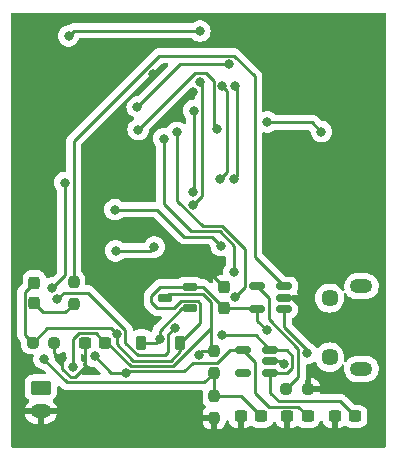
<source format=gbr>
%TF.GenerationSoftware,KiCad,Pcbnew,7.0.2*%
%TF.CreationDate,2024-01-28T11:35:20-05:00*%
%TF.ProjectId,E-INK Watch,452d494e-4b20-4576-9174-63682e6b6963,rev?*%
%TF.SameCoordinates,Original*%
%TF.FileFunction,Copper,L2,Bot*%
%TF.FilePolarity,Positive*%
%FSLAX46Y46*%
G04 Gerber Fmt 4.6, Leading zero omitted, Abs format (unit mm)*
G04 Created by KiCad (PCBNEW 7.0.2) date 2024-01-28 11:35:20*
%MOMM*%
%LPD*%
G01*
G04 APERTURE LIST*
G04 Aperture macros list*
%AMRoundRect*
0 Rectangle with rounded corners*
0 $1 Rounding radius*
0 $2 $3 $4 $5 $6 $7 $8 $9 X,Y pos of 4 corners*
0 Add a 4 corners polygon primitive as box body*
4,1,4,$2,$3,$4,$5,$6,$7,$8,$9,$2,$3,0*
0 Add four circle primitives for the rounded corners*
1,1,$1+$1,$2,$3*
1,1,$1+$1,$4,$5*
1,1,$1+$1,$6,$7*
1,1,$1+$1,$8,$9*
0 Add four rect primitives between the rounded corners*
20,1,$1+$1,$2,$3,$4,$5,0*
20,1,$1+$1,$4,$5,$6,$7,0*
20,1,$1+$1,$6,$7,$8,$9,0*
20,1,$1+$1,$8,$9,$2,$3,0*%
G04 Aperture macros list end*
%TA.AperFunction,ComponentPad*%
%ADD10RoundRect,0.250000X-0.625000X0.350000X-0.625000X-0.350000X0.625000X-0.350000X0.625000X0.350000X0*%
%TD*%
%TA.AperFunction,ComponentPad*%
%ADD11O,1.750000X1.200000*%
%TD*%
%TA.AperFunction,ComponentPad*%
%ADD12O,1.900000X1.200000*%
%TD*%
%TA.AperFunction,ComponentPad*%
%ADD13C,1.450000*%
%TD*%
%TA.AperFunction,SMDPad,CuDef*%
%ADD14RoundRect,0.150000X0.512500X0.150000X-0.512500X0.150000X-0.512500X-0.150000X0.512500X-0.150000X0*%
%TD*%
%TA.AperFunction,SMDPad,CuDef*%
%ADD15RoundRect,0.237500X0.300000X0.237500X-0.300000X0.237500X-0.300000X-0.237500X0.300000X-0.237500X0*%
%TD*%
%TA.AperFunction,SMDPad,CuDef*%
%ADD16RoundRect,0.237500X0.237500X-0.250000X0.237500X0.250000X-0.237500X0.250000X-0.237500X-0.250000X0*%
%TD*%
%TA.AperFunction,SMDPad,CuDef*%
%ADD17RoundRect,0.237500X-0.250000X-0.237500X0.250000X-0.237500X0.250000X0.237500X-0.250000X0.237500X0*%
%TD*%
%TA.AperFunction,SMDPad,CuDef*%
%ADD18RoundRect,0.237500X0.237500X-0.287500X0.237500X0.287500X-0.237500X0.287500X-0.237500X-0.287500X0*%
%TD*%
%TA.AperFunction,SMDPad,CuDef*%
%ADD19RoundRect,0.237500X0.237500X-0.300000X0.237500X0.300000X-0.237500X0.300000X-0.237500X-0.300000X0*%
%TD*%
%TA.AperFunction,SMDPad,CuDef*%
%ADD20RoundRect,0.237500X0.250000X0.237500X-0.250000X0.237500X-0.250000X-0.237500X0.250000X-0.237500X0*%
%TD*%
%TA.AperFunction,SMDPad,CuDef*%
%ADD21RoundRect,0.048800X0.541200X0.256200X-0.541200X0.256200X-0.541200X-0.256200X0.541200X-0.256200X0*%
%TD*%
%TA.AperFunction,SMDPad,CuDef*%
%ADD22RoundRect,0.225000X-0.225000X-0.375000X0.225000X-0.375000X0.225000X0.375000X-0.225000X0.375000X0*%
%TD*%
%TA.AperFunction,ViaPad*%
%ADD23C,0.800000*%
%TD*%
%TA.AperFunction,Conductor*%
%ADD24C,0.250000*%
%TD*%
G04 APERTURE END LIST*
D10*
%TO.P,J3,1,Pin_1*%
%TO.N,+BATT*%
X82550000Y-132080000D03*
D11*
%TO.P,J3,2,Pin_2*%
%TO.N,GND*%
X82550000Y-134080000D03*
%TD*%
D12*
%TO.P,J2,6,Shield*%
%TO.N,Net-(J2-Shield)*%
X109687500Y-130500000D03*
D13*
X106987500Y-129500000D03*
X106987500Y-124500000D03*
D12*
X109687500Y-123500000D03*
%TD*%
D14*
%TO.P,U4,1,IN*%
%TO.N,Net-(D2-K)*%
X101967500Y-128910000D03*
%TO.P,U4,2,GND*%
%TO.N,GND*%
X101967500Y-129860000D03*
%TO.P,U4,3,EN*%
%TO.N,Net-(D2-K)*%
X101967500Y-130810000D03*
%TO.P,U4,4,NC*%
%TO.N,unconnected-(U4-NC-Pad4)*%
X99692500Y-130810000D03*
%TO.P,U4,5,OUT*%
%TO.N,+3.3V*%
X99692500Y-128910000D03*
%TD*%
D15*
%TO.P,C10,1*%
%TO.N,+3.3V*%
X105140000Y-134520000D03*
%TO.P,C10,2*%
%TO.N,GND*%
X103415000Y-134520000D03*
%TD*%
D16*
%TO.P,R3,1*%
%TO.N,Net-(D1-K)*%
X85320000Y-124972500D03*
%TO.P,R3,2*%
%TO.N,Net-(U3-STAT)*%
X85320000Y-123147500D03*
%TD*%
D15*
%TO.P,C9,1*%
%TO.N,Net-(D2-K)*%
X109150000Y-134520000D03*
%TO.P,C9,2*%
%TO.N,GND*%
X107425000Y-134520000D03*
%TD*%
%TO.P,C8,1*%
%TO.N,+BATT*%
X87992500Y-128270000D03*
%TO.P,C8,2*%
%TO.N,GND*%
X86267500Y-128270000D03*
%TD*%
D14*
%TO.P,U3,1,STAT*%
%TO.N,Net-(U3-STAT)*%
X103137500Y-123510000D03*
%TO.P,U3,2,VSS*%
%TO.N,GND*%
X103137500Y-124460000D03*
%TO.P,U3,3,VBAT*%
%TO.N,+BATT*%
X103137500Y-125410000D03*
%TO.P,U3,4,VDD*%
%TO.N,+5V*%
X100862500Y-125410000D03*
%TO.P,U3,5,PROG*%
%TO.N,Net-(U3-PROG)*%
X100862500Y-123510000D03*
%TD*%
D17*
%TO.P,R5,1*%
%TO.N,+5V*%
X81837500Y-128270000D03*
%TO.P,R5,2*%
%TO.N,GND*%
X83662500Y-128270000D03*
%TD*%
D16*
%TO.P,R7,1*%
%TO.N,GND*%
X97220000Y-134632500D03*
%TO.P,R7,2*%
%TO.N,/BATT_V*%
X97220000Y-132807500D03*
%TD*%
D18*
%TO.P,D1,1,K*%
%TO.N,Net-(D1-K)*%
X81980000Y-124935000D03*
%TO.P,D1,2,A*%
%TO.N,+5V*%
X81980000Y-123185000D03*
%TD*%
D19*
%TO.P,C7,1*%
%TO.N,+5V*%
X98060000Y-125322500D03*
%TO.P,C7,2*%
%TO.N,GND*%
X98060000Y-123597500D03*
%TD*%
D20*
%TO.P,R4,1*%
%TO.N,GND*%
X105154100Y-132232400D03*
%TO.P,R4,2*%
%TO.N,Net-(U3-PROG)*%
X103329100Y-132232400D03*
%TD*%
D21*
%TO.P,Q1,3*%
%TO.N,+BATT*%
X93085000Y-124460000D03*
%TO.P,Q1,2*%
%TO.N,Net-(D2-K)*%
X95135000Y-125375000D03*
%TO.P,Q1,1*%
%TO.N,+5V*%
X95135000Y-123545000D03*
%TD*%
D16*
%TO.P,R6,1*%
%TO.N,/BATT_V*%
X97220000Y-130822500D03*
%TO.P,R6,2*%
%TO.N,+BATT*%
X97220000Y-128997500D03*
%TD*%
D22*
%TO.P,D2,1,K*%
%TO.N,Net-(D2-K)*%
X91060000Y-128270000D03*
%TO.P,D2,2,A*%
%TO.N,+5V*%
X94360000Y-128270000D03*
%TD*%
D15*
%TO.P,C11,1*%
%TO.N,/BATT_V*%
X101192500Y-134520000D03*
%TO.P,C11,2*%
%TO.N,GND*%
X99467500Y-134520000D03*
%TD*%
D23*
%TO.N,GND*%
X91440000Y-121970800D03*
X92125800Y-118338600D03*
X94081600Y-121335800D03*
X95402400Y-107061000D03*
X105003600Y-120192800D03*
X82143600Y-111810800D03*
%TO.N,/BATT_V*%
X82804000Y-129667000D03*
X83515200Y-123647200D03*
%TO.N,GND*%
X84353400Y-129590800D03*
%TO.N,+BATT*%
X85259451Y-130353049D03*
%TO.N,+3.3V*%
X89712800Y-130835400D03*
X84886800Y-102311200D03*
X87096600Y-129438400D03*
X92151200Y-120167400D03*
X88890500Y-120497600D03*
X96012000Y-101904800D03*
%TO.N,GND*%
X89611200Y-110871000D03*
X101727000Y-112979200D03*
X104241600Y-126568200D03*
X83134200Y-116154200D03*
X103124000Y-130098800D03*
X83108800Y-121081800D03*
X92049600Y-105562400D03*
X82550000Y-118643400D03*
%TO.N,+5V*%
X88958999Y-127526191D03*
X101676200Y-127228600D03*
%TO.N,+BATT*%
X105079800Y-129184400D03*
X95926959Y-129285500D03*
%TO.N,Net-(U1-VDDCORE{slash}VCAP)*%
X88823800Y-117017800D03*
X97815400Y-120065800D03*
%TO.N,/BATT_V*%
X84556600Y-114731800D03*
%TO.N,Net-(D2-K)*%
X92621100Y-127927100D03*
X97917000Y-127660400D03*
%TO.N,/Screen/PREVGL*%
X101727000Y-109601000D03*
X106299000Y-110413800D03*
%TO.N,Net-(J4-VDD)*%
X90703400Y-108331000D03*
X98509601Y-104707201D03*
%TO.N,/ISCPCLK*%
X98882200Y-122326400D03*
X92938600Y-111020498D03*
%TO.N,/ISCPDAT*%
X94081600Y-110464600D03*
X98962212Y-124406153D03*
%TO.N,/~{MCLR}*%
X83921600Y-124587000D03*
X93878400Y-127025400D03*
%TO.N,Net-(J4-VPP)*%
X97688400Y-114401600D03*
X97891600Y-106578400D03*
%TO.N,Net-(J4-VSH)*%
X99004590Y-106589074D03*
X98856800Y-114401600D03*
%TO.N,Net-(J4-VGH)*%
X97434400Y-110210600D03*
X90779600Y-110236000D03*
%TO.N,/SCK*%
X95478600Y-108635800D03*
X95459917Y-115554681D03*
%TO.N,/SDI*%
X96003599Y-106239799D03*
X95445500Y-116586000D03*
%TD*%
D24*
%TO.N,Net-(D2-K)*%
X94503495Y-125375000D02*
X95135000Y-125375000D01*
X92621100Y-127257395D02*
X94503495Y-125375000D01*
X92621100Y-127927100D02*
X92621100Y-127257395D01*
%TO.N,GND*%
X96534900Y-122072400D02*
X98060000Y-123597500D01*
%TO.N,+3.3V*%
X98590495Y-128910000D02*
X99692500Y-128910000D01*
X97490495Y-130010000D02*
X98590495Y-128910000D01*
X95390996Y-130010000D02*
X97490495Y-130010000D01*
X94692596Y-130708400D02*
X95390996Y-130010000D01*
X89839800Y-130708400D02*
X94692596Y-130708400D01*
X89712800Y-130835400D02*
X89839800Y-130708400D01*
X88493600Y-130835400D02*
X87096600Y-129438400D01*
X89712800Y-130835400D02*
X88493600Y-130835400D01*
%TO.N,GND*%
X92075000Y-118338600D02*
X92125800Y-118389400D01*
X92125800Y-118338600D02*
X92075000Y-118338600D01*
X92125800Y-118389400D02*
X92125800Y-118338600D01*
X94081600Y-120345200D02*
X92125800Y-118389400D01*
X94081600Y-121335800D02*
X94081600Y-120345200D01*
%TO.N,Net-(U1-VDDCORE{slash}VCAP)*%
X97053400Y-119303800D02*
X97815400Y-120065800D01*
X94691200Y-119303800D02*
X97053400Y-119303800D01*
X92405200Y-117017800D02*
X94691200Y-119303800D01*
X88823800Y-117017800D02*
X92405200Y-117017800D01*
%TO.N,GND*%
X86267500Y-130370305D02*
X86267500Y-128270000D01*
X85439605Y-131198200D02*
X86267500Y-130370305D01*
X84353400Y-130472303D02*
X85079297Y-131198200D01*
X84353400Y-129590800D02*
X84353400Y-130472303D01*
X85079297Y-131198200D02*
X85439605Y-131198200D01*
%TO.N,/BATT_V*%
X82804000Y-129717800D02*
X82804000Y-129667000D01*
X84734400Y-131648200D02*
X82804000Y-129717800D01*
X96394300Y-131648200D02*
X84734400Y-131648200D01*
X97220000Y-130822500D02*
X96394300Y-131648200D01*
%TO.N,+BATT*%
X105079800Y-128903604D02*
X105079800Y-129184400D01*
X103137500Y-126961304D02*
X105079800Y-128903604D01*
X103137500Y-125410000D02*
X103137500Y-126961304D01*
%TO.N,GND*%
X104558705Y-125223604D02*
X103795101Y-124460000D01*
X104256299Y-126568200D02*
X104558705Y-126265794D01*
X104558705Y-126265794D02*
X104558705Y-125223604D01*
X103795101Y-124460000D02*
X103137500Y-124460000D01*
X104241600Y-126568200D02*
X104256299Y-126568200D01*
%TO.N,Net-(U3-PROG)*%
X104343200Y-131218300D02*
X103329100Y-132232400D01*
X104343200Y-128803400D02*
X104343200Y-131218300D01*
X101850000Y-124497500D02*
X101850000Y-126310200D01*
X100862500Y-123510000D02*
X101850000Y-124497500D01*
X101850000Y-126310200D02*
X104343200Y-128803400D01*
%TO.N,/BATT_V*%
X82753200Y-129667000D02*
X82778600Y-129692400D01*
X82804000Y-129667000D02*
X82753200Y-129667000D01*
X83489800Y-123647200D02*
X84556600Y-122580400D01*
X83515200Y-123647200D02*
X83489800Y-123647200D01*
X83515200Y-123621800D02*
X83515200Y-123647200D01*
X84556600Y-122580400D02*
X84556600Y-114731800D01*
X83515200Y-123621800D02*
X83515200Y-123621800D01*
%TO.N,Net-(D1-K)*%
X84587900Y-125704600D02*
X85320000Y-124972500D01*
X82749600Y-125704600D02*
X84587900Y-125704600D01*
X81980000Y-124935000D02*
X82749600Y-125704600D01*
%TO.N,+5V*%
X83087500Y-127020000D02*
X81837500Y-128270000D01*
X88452808Y-127020000D02*
X83087500Y-127020000D01*
X88958999Y-127526191D02*
X88452808Y-127020000D01*
%TO.N,GND*%
X84353400Y-129590800D02*
X84302600Y-129641600D01*
X84175600Y-129641600D02*
X84353400Y-129590800D01*
X83662500Y-129128500D02*
X84175600Y-129641600D01*
X83662500Y-128270000D02*
X83662500Y-129128500D01*
%TO.N,+BATT*%
X87192500Y-127470000D02*
X87992500Y-128270000D01*
X85267800Y-130344700D02*
X85267800Y-127936705D01*
X85267800Y-127936705D02*
X85734505Y-127470000D01*
X85734505Y-127470000D02*
X87192500Y-127470000D01*
X85259451Y-130353049D02*
X85267800Y-130344700D01*
%TO.N,+3.3V*%
X91821000Y-120497600D02*
X92151200Y-120167400D01*
X104340000Y-133720000D02*
X101868400Y-133720000D01*
X100685600Y-132537200D02*
X100685600Y-129903100D01*
X105140000Y-134520000D02*
X104340000Y-133720000D01*
X95961200Y-101854000D02*
X96012000Y-101904800D01*
X88890500Y-120497600D02*
X91821000Y-120497600D01*
X85344000Y-101854000D02*
X95961200Y-101854000D01*
X101868400Y-133720000D02*
X100685600Y-132537200D01*
X84886800Y-102311200D02*
X85344000Y-101854000D01*
X100685600Y-129903100D02*
X99692500Y-128910000D01*
%TO.N,GND*%
X89611200Y-110871000D02*
X89611200Y-108000800D01*
X103124000Y-130048000D02*
X103124000Y-130098800D01*
X102936000Y-129860000D02*
X103124000Y-130048000D01*
X101967500Y-129860000D02*
X102936000Y-129860000D01*
X103124000Y-130098800D02*
X103174800Y-130098800D01*
X89611200Y-108000800D02*
X92049600Y-105562400D01*
X103174800Y-130098800D02*
X103124000Y-130048000D01*
%TO.N,+5V*%
X81180000Y-127612500D02*
X81837500Y-128270000D01*
X101650800Y-127228600D02*
X101676200Y-127228600D01*
X100862500Y-126440300D02*
X101650800Y-127228600D01*
X91871800Y-124866400D02*
X91871800Y-124333000D01*
X93809567Y-125374400D02*
X92379800Y-125374400D01*
X101676200Y-127228600D02*
X101676200Y-127254000D01*
X95135000Y-123545000D02*
X96292196Y-123545000D01*
X98060000Y-125312804D02*
X98060000Y-125322500D01*
X92379800Y-125374400D02*
X91871800Y-124866400D01*
X95831033Y-124745000D02*
X94438967Y-124745000D01*
X81980000Y-123185000D02*
X81180000Y-123985000D01*
X94360000Y-128270000D02*
X96050000Y-126580000D01*
X90347501Y-129808400D02*
X93563021Y-129808400D01*
X88958999Y-127526191D02*
X88958999Y-128419898D01*
X81180000Y-123985000D02*
X81180000Y-127612500D01*
X101676200Y-127254000D02*
X101650800Y-127228600D01*
X94438967Y-124745000D02*
X93809567Y-125374400D01*
X88958999Y-128419898D02*
X90347501Y-129808400D01*
X96050000Y-126580000D02*
X96050000Y-124963967D01*
X96292196Y-123545000D02*
X98060000Y-125312804D01*
X98060000Y-125322500D02*
X100775000Y-125322500D01*
X94360000Y-129011421D02*
X94360000Y-128270000D01*
X100775000Y-125322500D02*
X100862500Y-125410000D01*
X100862500Y-125410000D02*
X100862500Y-126440300D01*
X91871800Y-124333000D02*
X92659800Y-123545000D01*
X92659800Y-123545000D02*
X95135000Y-123545000D01*
X93563021Y-129808400D02*
X94360000Y-129011421D01*
X96050000Y-124963967D02*
X95831033Y-124745000D01*
%TO.N,+BATT*%
X90161105Y-130258400D02*
X93749417Y-130258400D01*
X96951800Y-124841000D02*
X96291400Y-124180600D01*
X96951800Y-128729300D02*
X97220000Y-128997500D01*
X96951800Y-127056017D02*
X96951800Y-128729300D01*
X96214959Y-128997500D02*
X95926959Y-129285500D01*
X96291400Y-124180600D02*
X93364400Y-124180600D01*
X93749417Y-130258400D02*
X96951800Y-127056017D01*
X96951800Y-127056017D02*
X96951800Y-124841000D01*
X97220000Y-128997500D02*
X96214959Y-128997500D01*
X88172705Y-128270000D02*
X90161105Y-130258400D01*
X87992500Y-128270000D02*
X88172705Y-128270000D01*
X93364400Y-124180600D02*
X93085000Y-124460000D01*
%TO.N,/BATT_V*%
X97220000Y-132807500D02*
X99480000Y-132807500D01*
X97220000Y-130822500D02*
X97220000Y-132807500D01*
X99480000Y-132807500D02*
X101192500Y-134520000D01*
%TO.N,Net-(D2-K)*%
X101967500Y-132498300D02*
X102717600Y-133248400D01*
X92278200Y-128270000D02*
X91060000Y-128270000D01*
X103849000Y-130399105D02*
X103849000Y-129376000D01*
X101967500Y-130810000D02*
X101981300Y-130823800D01*
X103849000Y-129376000D02*
X103403400Y-128930400D01*
X92621100Y-127927100D02*
X92278200Y-128270000D01*
X101967500Y-130810000D02*
X101967500Y-132498300D01*
X103424305Y-130823800D02*
X103849000Y-130399105D01*
X100717900Y-127660400D02*
X101967500Y-128910000D01*
X97917000Y-127660400D02*
X97891600Y-127635000D01*
X97917000Y-127660400D02*
X100717900Y-127660400D01*
X101987900Y-128930400D02*
X101967500Y-128910000D01*
X101981300Y-130823800D02*
X103424305Y-130823800D01*
X103403400Y-128930400D02*
X101987900Y-128930400D01*
X107878400Y-133248400D02*
X109150000Y-134520000D01*
X102717600Y-133248400D02*
X107878400Y-133248400D01*
%TO.N,/Screen/PREVGL*%
X105486200Y-109601000D02*
X106299000Y-110413800D01*
X101727000Y-109601000D02*
X105486200Y-109601000D01*
%TO.N,Net-(J4-VDD)*%
X98509601Y-104707201D02*
X98298000Y-104495600D01*
X98509601Y-104707201D02*
X94327199Y-104707201D01*
X94327199Y-104707201D02*
X90703400Y-108331000D01*
%TO.N,/ISCPCLK*%
X92938600Y-116535200D02*
X95257200Y-118853800D01*
X98882200Y-120065800D02*
X98882200Y-122326400D01*
X92938600Y-111020498D02*
X92938600Y-116535200D01*
X98882200Y-122326400D02*
X98882200Y-122301000D01*
X95257200Y-118853800D02*
X97670200Y-118853800D01*
X97670200Y-118853800D02*
X98882200Y-120065800D01*
%TO.N,/ISCPDAT*%
X94081600Y-116247405D02*
X94081600Y-110464600D01*
X98962212Y-124406153D02*
X99796600Y-123571765D01*
X97856596Y-118403800D02*
X96237995Y-118403800D01*
X96237995Y-118403800D02*
X94081600Y-116247405D01*
X99796600Y-123571765D02*
X99796600Y-120343804D01*
X99796600Y-120343804D02*
X97856596Y-118403800D01*
%TO.N,/~{MCLR}*%
X93065600Y-129358400D02*
X90770583Y-129358400D01*
X83921600Y-124612400D02*
X83972400Y-124561600D01*
X83921600Y-124587000D02*
X83921600Y-124612400D01*
X93348800Y-127555000D02*
X93348800Y-129075200D01*
X90770583Y-129358400D02*
X89683999Y-128271816D01*
X89683999Y-128271816D02*
X89683999Y-127194494D01*
X84480400Y-124053600D02*
X83947000Y-124587000D01*
X86543105Y-124053600D02*
X84480400Y-124053600D01*
X83947000Y-124587000D02*
X83921600Y-124587000D01*
X93348800Y-129075200D02*
X93065600Y-129358400D01*
X93878400Y-127025400D02*
X93348800Y-127555000D01*
X89683999Y-127194494D02*
X86543105Y-124053600D01*
%TO.N,Net-(J4-VPP)*%
X97891600Y-106578400D02*
X98298000Y-106984800D01*
X98298000Y-106984800D02*
X98298000Y-113792000D01*
X98298000Y-113792000D02*
X97688400Y-114401600D01*
%TO.N,Net-(J4-VSH)*%
X99004590Y-106589074D02*
X99161600Y-106746084D01*
X99161600Y-106746084D02*
X99161600Y-114096800D01*
X99161600Y-114096800D02*
X98856800Y-114401600D01*
%TO.N,Net-(J4-VGH)*%
X90805000Y-110236000D02*
X90779600Y-110236000D01*
X97166600Y-106123495D02*
X96490105Y-105447000D01*
X95594000Y-105447000D02*
X90805000Y-110236000D01*
X97434400Y-110210600D02*
X97166600Y-109942800D01*
X96490105Y-105447000D02*
X95594000Y-105447000D01*
X97166600Y-109942800D02*
X97166600Y-106123495D01*
%TO.N,/SCK*%
X95478600Y-115535998D02*
X95459917Y-115554681D01*
X95478600Y-108635800D02*
X95478600Y-115535998D01*
%TO.N,/SDI*%
X95453903Y-116586000D02*
X95445500Y-116586000D01*
X96003599Y-106239799D02*
X96203600Y-106439800D01*
X96203600Y-115836303D02*
X95453903Y-116586000D01*
X96203600Y-106439800D02*
X96203600Y-115836303D01*
%TO.N,Net-(U3-STAT)*%
X100648600Y-121021100D02*
X103137500Y-123510000D01*
X85320000Y-111227285D02*
X92565084Y-103982201D01*
X92565084Y-103982201D02*
X98911506Y-103982201D01*
X85320000Y-123147500D02*
X85320000Y-111227285D01*
X100648600Y-105719295D02*
X100648600Y-121021100D01*
X98911506Y-103982201D02*
X100648600Y-105719295D01*
%TD*%
%TA.AperFunction,Conductor*%
%TO.N,GND*%
G36*
X84552332Y-129026131D02*
G01*
X84609168Y-129068678D01*
X84633979Y-129135198D01*
X84634300Y-129144187D01*
X84634300Y-129641251D01*
X84614298Y-129709372D01*
X84601936Y-129725561D01*
X84520411Y-129816103D01*
X84424923Y-129981493D01*
X84375327Y-130134135D01*
X84335253Y-130192741D01*
X84269857Y-130220378D01*
X84199900Y-130208271D01*
X84166398Y-130184294D01*
X84020660Y-130038556D01*
X83753494Y-129771389D01*
X83719469Y-129709077D01*
X83717281Y-129669118D01*
X83717504Y-129667000D01*
X83697542Y-129477072D01*
X83678326Y-129417934D01*
X83676299Y-129346969D01*
X83712962Y-129286171D01*
X83776674Y-129254845D01*
X83798160Y-129253000D01*
X83958971Y-129253000D01*
X83965360Y-129252674D01*
X84064282Y-129242568D01*
X84229704Y-129187753D01*
X84378036Y-129096260D01*
X84419205Y-129055092D01*
X84481517Y-129021066D01*
X84552332Y-129026131D01*
G37*
%TD.AperFunction*%
%TA.AperFunction,Conductor*%
G36*
X86130766Y-129273002D02*
G01*
X86177259Y-129326658D01*
X86187955Y-129392170D01*
X86183096Y-129438399D01*
X86203058Y-129628330D01*
X86235462Y-129728058D01*
X86237489Y-129799026D01*
X86200827Y-129859824D01*
X86137114Y-129891149D01*
X86066580Y-129883055D01*
X86011619Y-129838113D01*
X86006509Y-129829993D01*
X85998491Y-129816105D01*
X85998489Y-129816102D01*
X85998488Y-129816101D01*
X85933664Y-129744106D01*
X85902946Y-129680099D01*
X85901300Y-129659796D01*
X85901300Y-129379000D01*
X85921302Y-129310879D01*
X85974958Y-129264386D01*
X86027300Y-129253000D01*
X86062645Y-129253000D01*
X86130766Y-129273002D01*
G37*
%TD.AperFunction*%
%TA.AperFunction,Conductor*%
G36*
X86289469Y-129908392D02*
G01*
X86344430Y-129953334D01*
X86349540Y-129961454D01*
X86357558Y-129975342D01*
X86372938Y-129992423D01*
X86485347Y-130117266D01*
X86639848Y-130229518D01*
X86814312Y-130307194D01*
X87001113Y-130346900D01*
X87057006Y-130346900D01*
X87125127Y-130366902D01*
X87146101Y-130383805D01*
X87561901Y-130799605D01*
X87595927Y-130861917D01*
X87590862Y-130932732D01*
X87548315Y-130989568D01*
X87481795Y-131014379D01*
X87472806Y-131014700D01*
X86144730Y-131014700D01*
X86076609Y-130994698D01*
X86030116Y-130941042D01*
X86020012Y-130870768D01*
X86035611Y-130825700D01*
X86093978Y-130724605D01*
X86096398Y-130717158D01*
X86152993Y-130542977D01*
X86172955Y-130353049D01*
X86152993Y-130163121D01*
X86120587Y-130063389D01*
X86118560Y-129992423D01*
X86155223Y-129931625D01*
X86218935Y-129900299D01*
X86289469Y-129908392D01*
G37*
%TD.AperFunction*%
%TA.AperFunction,Conductor*%
G36*
X93286726Y-104635703D02*
G01*
X93333219Y-104689359D01*
X93343323Y-104759633D01*
X93313829Y-104824213D01*
X93307701Y-104830794D01*
X91920977Y-106217518D01*
X90752900Y-107385595D01*
X90690588Y-107419621D01*
X90663805Y-107422500D01*
X90607913Y-107422500D01*
X90421112Y-107462206D01*
X90421110Y-107462206D01*
X90421109Y-107462207D01*
X90248819Y-107538915D01*
X90178452Y-107548349D01*
X90114155Y-107518242D01*
X90076342Y-107458153D01*
X90077018Y-107387160D01*
X90108475Y-107334714D01*
X92790583Y-104652606D01*
X92852896Y-104618580D01*
X92879679Y-104615701D01*
X93218605Y-104615701D01*
X93286726Y-104635703D01*
G37*
%TD.AperFunction*%
%TA.AperFunction,Conductor*%
G36*
X95254335Y-106786733D02*
G01*
X95303937Y-106820477D01*
X95392346Y-106918665D01*
X95518162Y-107010076D01*
X95561515Y-107066296D01*
X95570100Y-107112010D01*
X95570100Y-107601300D01*
X95550098Y-107669421D01*
X95496442Y-107715914D01*
X95444100Y-107727300D01*
X95383113Y-107727300D01*
X95258579Y-107753770D01*
X95196311Y-107767006D01*
X95021846Y-107844683D01*
X94867347Y-107956933D01*
X94739558Y-108098857D01*
X94644072Y-108264243D01*
X94585058Y-108445870D01*
X94565096Y-108635800D01*
X94585058Y-108825729D01*
X94644072Y-109007356D01*
X94739558Y-109172742D01*
X94739560Y-109172744D01*
X94812737Y-109254015D01*
X94843453Y-109318020D01*
X94845100Y-109338324D01*
X94845100Y-109649058D01*
X94825098Y-109717179D01*
X94771442Y-109763672D01*
X94701168Y-109773776D01*
X94645040Y-109750994D01*
X94538356Y-109673484D01*
X94483494Y-109649058D01*
X94363888Y-109595806D01*
X94177087Y-109556100D01*
X93986113Y-109556100D01*
X93861578Y-109582570D01*
X93799311Y-109595806D01*
X93624846Y-109673483D01*
X93470347Y-109785733D01*
X93342558Y-109927657D01*
X93259817Y-110070969D01*
X93208434Y-110119962D01*
X93138721Y-110133398D01*
X93124502Y-110131216D01*
X93065013Y-110118571D01*
X93034087Y-110111998D01*
X92843113Y-110111998D01*
X92718578Y-110138468D01*
X92656311Y-110151704D01*
X92481846Y-110229381D01*
X92327347Y-110341631D01*
X92199558Y-110483555D01*
X92104072Y-110648941D01*
X92045058Y-110830568D01*
X92025096Y-111020497D01*
X92045058Y-111210427D01*
X92104072Y-111392054D01*
X92199558Y-111557440D01*
X92199560Y-111557442D01*
X92272737Y-111638713D01*
X92303453Y-111702718D01*
X92305100Y-111723022D01*
X92305100Y-116258300D01*
X92285098Y-116326421D01*
X92231442Y-116372914D01*
X92179100Y-116384300D01*
X89532000Y-116384300D01*
X89463879Y-116364298D01*
X89438365Y-116342612D01*
X89435053Y-116338933D01*
X89310151Y-116248187D01*
X89280552Y-116226682D01*
X89106088Y-116149006D01*
X88919287Y-116109300D01*
X88728313Y-116109300D01*
X88603779Y-116135770D01*
X88541511Y-116149006D01*
X88367046Y-116226683D01*
X88212547Y-116338933D01*
X88084758Y-116480857D01*
X87989272Y-116646243D01*
X87930258Y-116827870D01*
X87910296Y-117017799D01*
X87930258Y-117207729D01*
X87989272Y-117389356D01*
X88084758Y-117554742D01*
X88084760Y-117554744D01*
X88212547Y-117696666D01*
X88367048Y-117808918D01*
X88541512Y-117886594D01*
X88728313Y-117926300D01*
X88728315Y-117926300D01*
X88919285Y-117926300D01*
X88919287Y-117926300D01*
X89106088Y-117886594D01*
X89280552Y-117808918D01*
X89435053Y-117696666D01*
X89438364Y-117692988D01*
X89498812Y-117655749D01*
X89532000Y-117651300D01*
X92090606Y-117651300D01*
X92158727Y-117671302D01*
X92179701Y-117688205D01*
X94183951Y-119692455D01*
X94197035Y-119708785D01*
X94248866Y-119757457D01*
X94251709Y-119760213D01*
X94271430Y-119779934D01*
X94274551Y-119782355D01*
X94274559Y-119782362D01*
X94274625Y-119782413D01*
X94283645Y-119790117D01*
X94315879Y-119820386D01*
X94333635Y-119830147D01*
X94350151Y-119840996D01*
X94366159Y-119853413D01*
X94390856Y-119864100D01*
X94406725Y-119870967D01*
X94417388Y-119876191D01*
X94456135Y-119897493D01*
X94456137Y-119897493D01*
X94456140Y-119897495D01*
X94475774Y-119902536D01*
X94494459Y-119908934D01*
X94513055Y-119916981D01*
X94556730Y-119923898D01*
X94568325Y-119926298D01*
X94611170Y-119937300D01*
X94631424Y-119937300D01*
X94651134Y-119938851D01*
X94671142Y-119942020D01*
X94671142Y-119942019D01*
X94671143Y-119942020D01*
X94715161Y-119937858D01*
X94727019Y-119937300D01*
X96738805Y-119937300D01*
X96806926Y-119957302D01*
X96827902Y-119974206D01*
X96868279Y-120014584D01*
X96902303Y-120076896D01*
X96904492Y-120090506D01*
X96921858Y-120255729D01*
X96980872Y-120437356D01*
X97076358Y-120602742D01*
X97076360Y-120602744D01*
X97204147Y-120744666D01*
X97358648Y-120856918D01*
X97533112Y-120934594D01*
X97719913Y-120974300D01*
X97719915Y-120974300D01*
X97910885Y-120974300D01*
X97910887Y-120974300D01*
X98096506Y-120934845D01*
X98167294Y-120940247D01*
X98223926Y-120983064D01*
X98248420Y-121049701D01*
X98248700Y-121058092D01*
X98248700Y-121623873D01*
X98228698Y-121691994D01*
X98216337Y-121708183D01*
X98143158Y-121789457D01*
X98047672Y-121954843D01*
X97988658Y-122136470D01*
X97968696Y-122326400D01*
X97977780Y-122412830D01*
X97965008Y-122482668D01*
X97916506Y-122534515D01*
X97852470Y-122552000D01*
X97776029Y-122552000D01*
X97769639Y-122552325D01*
X97670717Y-122562431D01*
X97505295Y-122617246D01*
X97356963Y-122708739D01*
X97233739Y-122831963D01*
X97142246Y-122980295D01*
X97087430Y-123145721D01*
X97086700Y-123152870D01*
X97059877Y-123218605D01*
X97001774Y-123259403D01*
X96930837Y-123262311D01*
X96872258Y-123229157D01*
X96799440Y-123156339D01*
X96786367Y-123140021D01*
X96734544Y-123091356D01*
X96731702Y-123088601D01*
X96714770Y-123071669D01*
X96711966Y-123068865D01*
X96708771Y-123066386D01*
X96699750Y-123058682D01*
X96667516Y-123028413D01*
X96649763Y-123018653D01*
X96633237Y-123007797D01*
X96617237Y-122995386D01*
X96576662Y-122977828D01*
X96566000Y-122972604D01*
X96527259Y-122951305D01*
X96513509Y-122947775D01*
X96507633Y-122946266D01*
X96488927Y-122939862D01*
X96470341Y-122931819D01*
X96436918Y-122926525D01*
X96426670Y-122924901D01*
X96415049Y-122922495D01*
X96405246Y-122919978D01*
X96372226Y-122911500D01*
X96372225Y-122911500D01*
X96351972Y-122911500D01*
X96332262Y-122909949D01*
X96312253Y-122906779D01*
X96268235Y-122910941D01*
X96256377Y-122911500D01*
X96143350Y-122911500D01*
X96075229Y-122891498D01*
X96067216Y-122885898D01*
X95951907Y-122798456D01*
X95951904Y-122798454D01*
X95951903Y-122798454D01*
X95809389Y-122742254D01*
X95723574Y-122731949D01*
X95723569Y-122731948D01*
X95719833Y-122731500D01*
X95716067Y-122731500D01*
X94553935Y-122731500D01*
X94553918Y-122731500D01*
X94550168Y-122731501D01*
X94546433Y-122731949D01*
X94546424Y-122731950D01*
X94460611Y-122742254D01*
X94318095Y-122798454D01*
X94269089Y-122835617D01*
X94232526Y-122863344D01*
X94202784Y-122885898D01*
X94136419Y-122911121D01*
X94126650Y-122911500D01*
X92743653Y-122911500D01*
X92722864Y-122909204D01*
X92651814Y-122911438D01*
X92647855Y-122911500D01*
X92619944Y-122911500D01*
X92616018Y-122911995D01*
X92616000Y-122911997D01*
X92615908Y-122912009D01*
X92604103Y-122912937D01*
X92559910Y-122914326D01*
X92540457Y-122919978D01*
X92521103Y-122923986D01*
X92501004Y-122926525D01*
X92459896Y-122942801D01*
X92448670Y-122946644D01*
X92406208Y-122958981D01*
X92388764Y-122969297D01*
X92371015Y-122977991D01*
X92352184Y-122985446D01*
X92316425Y-123011427D01*
X92306506Y-123017943D01*
X92268436Y-123040457D01*
X92254109Y-123054785D01*
X92239079Y-123067622D01*
X92222694Y-123079526D01*
X92194511Y-123113593D01*
X92186523Y-123122370D01*
X91483136Y-123825757D01*
X91466816Y-123838833D01*
X91418170Y-123890635D01*
X91415421Y-123893472D01*
X91398467Y-123910427D01*
X91398460Y-123910434D01*
X91395665Y-123913230D01*
X91393242Y-123916352D01*
X91393226Y-123916371D01*
X91393165Y-123916451D01*
X91385489Y-123925436D01*
X91355214Y-123957677D01*
X91345452Y-123975434D01*
X91334601Y-123991952D01*
X91322185Y-124007959D01*
X91304624Y-124048539D01*
X91299404Y-124059195D01*
X91278104Y-124097940D01*
X91273067Y-124117559D01*
X91266664Y-124136261D01*
X91258618Y-124154855D01*
X91251701Y-124198524D01*
X91249295Y-124210144D01*
X91238300Y-124252969D01*
X91238300Y-124273223D01*
X91236749Y-124292933D01*
X91233579Y-124312942D01*
X91237741Y-124356961D01*
X91238300Y-124368819D01*
X91238300Y-124782547D01*
X91236004Y-124803335D01*
X91238238Y-124874384D01*
X91238300Y-124878343D01*
X91238300Y-124906256D01*
X91238795Y-124910174D01*
X91238797Y-124910206D01*
X91238808Y-124910288D01*
X91239737Y-124922097D01*
X91241126Y-124966292D01*
X91246777Y-124985741D01*
X91250786Y-125005096D01*
X91253325Y-125025194D01*
X91269601Y-125066303D01*
X91273444Y-125077530D01*
X91285780Y-125119990D01*
X91296094Y-125137430D01*
X91304787Y-125155174D01*
X91312248Y-125174017D01*
X91312249Y-125174019D01*
X91338231Y-125209780D01*
X91344748Y-125219701D01*
X91367258Y-125257763D01*
X91381578Y-125272083D01*
X91394418Y-125287116D01*
X91406326Y-125303505D01*
X91440398Y-125331692D01*
X91449178Y-125339682D01*
X91872551Y-125763055D01*
X91885635Y-125779385D01*
X91937466Y-125828057D01*
X91940309Y-125830813D01*
X91960030Y-125850534D01*
X91963151Y-125852955D01*
X91963159Y-125852962D01*
X91963225Y-125853013D01*
X91972245Y-125860717D01*
X92004479Y-125890986D01*
X92022235Y-125900747D01*
X92038751Y-125911596D01*
X92054759Y-125924013D01*
X92095325Y-125941567D01*
X92105988Y-125946791D01*
X92144738Y-125968094D01*
X92144740Y-125968095D01*
X92164362Y-125973133D01*
X92183067Y-125979537D01*
X92201655Y-125987581D01*
X92245322Y-125994496D01*
X92256929Y-125996900D01*
X92299770Y-126007900D01*
X92320031Y-126007900D01*
X92339739Y-126009450D01*
X92359743Y-126012619D01*
X92359743Y-126012618D01*
X92359744Y-126012619D01*
X92403754Y-126008459D01*
X92415611Y-126007900D01*
X92670499Y-126007900D01*
X92738620Y-126027902D01*
X92785113Y-126081558D01*
X92795217Y-126151832D01*
X92765723Y-126216412D01*
X92759594Y-126222996D01*
X92232433Y-126750155D01*
X92216116Y-126763227D01*
X92167470Y-126815030D01*
X92164721Y-126817867D01*
X92147767Y-126834822D01*
X92147760Y-126834829D01*
X92144965Y-126837625D01*
X92142542Y-126840747D01*
X92142526Y-126840766D01*
X92142465Y-126840846D01*
X92134789Y-126849831D01*
X92104514Y-126882072D01*
X92094752Y-126899829D01*
X92083901Y-126916347D01*
X92071485Y-126932354D01*
X92053924Y-126972934D01*
X92048704Y-126983590D01*
X92027404Y-127022335D01*
X92022367Y-127041954D01*
X92015964Y-127060656D01*
X92007918Y-127079250D01*
X92001001Y-127122919D01*
X91998595Y-127134539D01*
X91987600Y-127177364D01*
X91987600Y-127197618D01*
X91986049Y-127217329D01*
X91980868Y-127250040D01*
X91950455Y-127314193D01*
X91950054Y-127314641D01*
X91940306Y-127325467D01*
X91879860Y-127362705D01*
X91808876Y-127361353D01*
X91757576Y-127330250D01*
X91743043Y-127315717D01*
X91740572Y-127314193D01*
X91597101Y-127225698D01*
X91434336Y-127171764D01*
X91434333Y-127171763D01*
X91434331Y-127171763D01*
X91337073Y-127161826D01*
X91337052Y-127161824D01*
X91333872Y-127161500D01*
X90786128Y-127161500D01*
X90782948Y-127161824D01*
X90782926Y-127161826D01*
X90685668Y-127171763D01*
X90685665Y-127171763D01*
X90685664Y-127171764D01*
X90522899Y-127225698D01*
X90522897Y-127225698D01*
X90522894Y-127225700D01*
X90507917Y-127234938D01*
X90439438Y-127253673D01*
X90371699Y-127232412D01*
X90326209Y-127177903D01*
X90315836Y-127131653D01*
X90314673Y-127094605D01*
X90309019Y-127075146D01*
X90305012Y-127055800D01*
X90302473Y-127035697D01*
X90286193Y-126994580D01*
X90282352Y-126983360D01*
X90281821Y-126981533D01*
X90270017Y-126940901D01*
X90264962Y-126932354D01*
X90259705Y-126923464D01*
X90251007Y-126905709D01*
X90248679Y-126899829D01*
X90243551Y-126886877D01*
X90217564Y-126851110D01*
X90211046Y-126841187D01*
X90210797Y-126840766D01*
X90188541Y-126803132D01*
X90174211Y-126788802D01*
X90161377Y-126773775D01*
X90149471Y-126757387D01*
X90149470Y-126757386D01*
X90115393Y-126729194D01*
X90106615Y-126721206D01*
X87050349Y-123664939D01*
X87037276Y-123648621D01*
X86985453Y-123599956D01*
X86982611Y-123597201D01*
X86965679Y-123580269D01*
X86962875Y-123577465D01*
X86959680Y-123574986D01*
X86950659Y-123567282D01*
X86918425Y-123537013D01*
X86900672Y-123527253D01*
X86884146Y-123516397D01*
X86868146Y-123503986D01*
X86827571Y-123486428D01*
X86816909Y-123481204D01*
X86778168Y-123459905D01*
X86764418Y-123456375D01*
X86758542Y-123454866D01*
X86739836Y-123448462D01*
X86721250Y-123440419D01*
X86677580Y-123433502D01*
X86665958Y-123431095D01*
X86623135Y-123420100D01*
X86623134Y-123420100D01*
X86602881Y-123420100D01*
X86583171Y-123418549D01*
X86563162Y-123415379D01*
X86519144Y-123419541D01*
X86507286Y-123420100D01*
X86429500Y-123420100D01*
X86361379Y-123400098D01*
X86314886Y-123346442D01*
X86303500Y-123294100D01*
X86303499Y-122850993D01*
X86303499Y-122850992D01*
X86303499Y-122847788D01*
X86293062Y-122745619D01*
X86238209Y-122580080D01*
X86146658Y-122431654D01*
X86146656Y-122431652D01*
X86146655Y-122431650D01*
X86023349Y-122308344D01*
X86013351Y-122302177D01*
X85965874Y-122249390D01*
X85953500Y-122194937D01*
X85953500Y-120497599D01*
X87976996Y-120497599D01*
X87996958Y-120687529D01*
X88055972Y-120869156D01*
X88151458Y-121034542D01*
X88165107Y-121049701D01*
X88279247Y-121176466D01*
X88433748Y-121288718D01*
X88608212Y-121366394D01*
X88795013Y-121406100D01*
X88795015Y-121406100D01*
X88985985Y-121406100D01*
X88985987Y-121406100D01*
X89172788Y-121366394D01*
X89347252Y-121288718D01*
X89501753Y-121176466D01*
X89505064Y-121172788D01*
X89565512Y-121135549D01*
X89598700Y-121131100D01*
X91737147Y-121131100D01*
X91757935Y-121133395D01*
X91760907Y-121133301D01*
X91760909Y-121133302D01*
X91828985Y-121131162D01*
X91832945Y-121131100D01*
X91856894Y-121131100D01*
X91860856Y-121131100D01*
X91864856Y-121130594D01*
X91876699Y-121129661D01*
X91920889Y-121128273D01*
X91940338Y-121122621D01*
X91959698Y-121118612D01*
X91979797Y-121116074D01*
X92020915Y-121099793D01*
X92032124Y-121095955D01*
X92074593Y-121083618D01*
X92074594Y-121083617D01*
X92083941Y-121080902D01*
X92119091Y-121075900D01*
X92246685Y-121075900D01*
X92246687Y-121075900D01*
X92433488Y-121036194D01*
X92607952Y-120958518D01*
X92762453Y-120846266D01*
X92890240Y-120704344D01*
X92985727Y-120538956D01*
X93044742Y-120357328D01*
X93064704Y-120167400D01*
X93044742Y-119977472D01*
X93007905Y-119864100D01*
X92985727Y-119795843D01*
X92890241Y-119630457D01*
X92762452Y-119488533D01*
X92607953Y-119376283D01*
X92607952Y-119376282D01*
X92433488Y-119298606D01*
X92246687Y-119258900D01*
X92055713Y-119258900D01*
X91931178Y-119285370D01*
X91868911Y-119298606D01*
X91694446Y-119376283D01*
X91539947Y-119488533D01*
X91412158Y-119630457D01*
X91313638Y-119801100D01*
X91262256Y-119850093D01*
X91204519Y-119864100D01*
X89598700Y-119864100D01*
X89530579Y-119844098D01*
X89505065Y-119822412D01*
X89501753Y-119818733D01*
X89353220Y-119710818D01*
X89347252Y-119706482D01*
X89172788Y-119628806D01*
X88985987Y-119589100D01*
X88795013Y-119589100D01*
X88670478Y-119615570D01*
X88608211Y-119628806D01*
X88433746Y-119706483D01*
X88279247Y-119818733D01*
X88151458Y-119960657D01*
X88055972Y-120126043D01*
X87996958Y-120307670D01*
X87976996Y-120497599D01*
X85953500Y-120497599D01*
X85953500Y-111541879D01*
X85973502Y-111473758D01*
X85990405Y-111452784D01*
X87847383Y-109595806D01*
X89718223Y-107724966D01*
X89780532Y-107690942D01*
X89851347Y-107696007D01*
X89908183Y-107738554D01*
X89932994Y-107805074D01*
X89917903Y-107874448D01*
X89916435Y-107877062D01*
X89868872Y-107959444D01*
X89809858Y-108141070D01*
X89789896Y-108331000D01*
X89809858Y-108520929D01*
X89868872Y-108702556D01*
X89964358Y-108867942D01*
X90063900Y-108978495D01*
X90092147Y-109009866D01*
X90246648Y-109122118D01*
X90388684Y-109185356D01*
X90442780Y-109231336D01*
X90463429Y-109299264D01*
X90444077Y-109367572D01*
X90390866Y-109414573D01*
X90388684Y-109415569D01*
X90322850Y-109444880D01*
X90168347Y-109557133D01*
X90040558Y-109699057D01*
X89945072Y-109864443D01*
X89886058Y-110046070D01*
X89866096Y-110236000D01*
X89886058Y-110425929D01*
X89945072Y-110607556D01*
X90040558Y-110772942D01*
X90135515Y-110878402D01*
X90168347Y-110914866D01*
X90322848Y-111027118D01*
X90497312Y-111104794D01*
X90684113Y-111144500D01*
X90684115Y-111144500D01*
X90875085Y-111144500D01*
X90875087Y-111144500D01*
X91061888Y-111104794D01*
X91236352Y-111027118D01*
X91390853Y-110914866D01*
X91518640Y-110772944D01*
X91614127Y-110607556D01*
X91673142Y-110425928D01*
X91687523Y-110289088D01*
X91714535Y-110223433D01*
X91723729Y-110213173D01*
X95121210Y-106815692D01*
X95183520Y-106781668D01*
X95254335Y-106786733D01*
G37*
%TD.AperFunction*%
%TA.AperFunction,Conductor*%
G36*
X111701621Y-100350502D02*
G01*
X111748114Y-100404158D01*
X111759500Y-100456500D01*
X111759500Y-137033500D01*
X111739498Y-137101621D01*
X111685842Y-137148114D01*
X111633500Y-137159500D01*
X80136500Y-137159500D01*
X80068379Y-137139498D01*
X80021886Y-137085842D01*
X80010500Y-137033500D01*
X80010500Y-123964942D01*
X80541779Y-123964942D01*
X80545941Y-124008961D01*
X80546500Y-124020819D01*
X80546500Y-127528647D01*
X80544204Y-127549435D01*
X80546438Y-127620484D01*
X80546500Y-127624443D01*
X80546500Y-127652356D01*
X80546995Y-127656274D01*
X80546997Y-127656306D01*
X80547008Y-127656388D01*
X80547937Y-127668197D01*
X80549326Y-127712392D01*
X80554977Y-127731841D01*
X80558986Y-127751196D01*
X80561525Y-127771294D01*
X80577801Y-127812403D01*
X80581644Y-127823630D01*
X80593980Y-127866090D01*
X80604294Y-127883530D01*
X80612987Y-127901274D01*
X80620448Y-127920117D01*
X80620449Y-127920119D01*
X80646431Y-127955880D01*
X80652948Y-127965801D01*
X80675458Y-128003863D01*
X80689778Y-128018183D01*
X80702618Y-128033216D01*
X80714526Y-128049605D01*
X80748598Y-128077792D01*
X80757378Y-128085782D01*
X80804595Y-128132999D01*
X80838621Y-128195311D01*
X80841500Y-128222094D01*
X80841500Y-128554006D01*
X80841500Y-128554025D01*
X80841501Y-128557212D01*
X80851938Y-128659381D01*
X80906791Y-128824920D01*
X80998342Y-128973346D01*
X80998344Y-128973349D01*
X81121650Y-129096655D01*
X81121652Y-129096656D01*
X81121654Y-129096658D01*
X81270080Y-129188209D01*
X81435619Y-129243062D01*
X81488573Y-129248472D01*
X81534585Y-129253173D01*
X81534587Y-129253173D01*
X81537787Y-129253500D01*
X81809678Y-129253499D01*
X81877797Y-129273501D01*
X81924290Y-129327156D01*
X81934395Y-129397430D01*
X81929510Y-129418434D01*
X81923023Y-129438400D01*
X81910458Y-129477072D01*
X81894942Y-129624696D01*
X81890496Y-129667000D01*
X81910458Y-129856929D01*
X81969472Y-130038556D01*
X82064958Y-130203942D01*
X82109300Y-130253189D01*
X82192747Y-130345866D01*
X82347248Y-130458118D01*
X82521712Y-130535794D01*
X82708513Y-130575500D01*
X82713605Y-130575500D01*
X82781726Y-130595502D01*
X82802701Y-130612405D01*
X82946700Y-130756405D01*
X82980725Y-130818717D01*
X82975660Y-130889533D01*
X82933113Y-130946368D01*
X82866592Y-130971179D01*
X82857604Y-130971500D01*
X81877661Y-130971500D01*
X81877641Y-130971500D01*
X81874456Y-130971501D01*
X81871279Y-130971825D01*
X81871270Y-130971826D01*
X81770573Y-130982113D01*
X81602262Y-131037885D01*
X81451344Y-131130972D01*
X81325972Y-131256344D01*
X81300076Y-131298329D01*
X81232885Y-131407262D01*
X81177113Y-131575574D01*
X81177112Y-131575578D01*
X81166826Y-131676253D01*
X81166824Y-131676275D01*
X81166500Y-131679455D01*
X81166500Y-131682659D01*
X81166500Y-131682660D01*
X81166500Y-132477338D01*
X81166500Y-132477357D01*
X81166501Y-132480544D01*
X81166825Y-132483721D01*
X81166826Y-132483729D01*
X81177112Y-132584421D01*
X81177113Y-132584426D01*
X81232885Y-132752738D01*
X81288819Y-132843421D01*
X81325972Y-132903655D01*
X81451344Y-133029027D01*
X81451346Y-133029028D01*
X81451348Y-133029030D01*
X81503804Y-133061385D01*
X81551281Y-133114170D01*
X81562684Y-133184244D01*
X81534392Y-133249360D01*
X81515548Y-133267664D01*
X81506917Y-133274451D01*
X81368343Y-133434373D01*
X81262542Y-133617626D01*
X81193336Y-133817587D01*
X81192126Y-133826000D01*
X82274122Y-133826000D01*
X82231722Y-133872059D01*
X82181449Y-133986670D01*
X82171114Y-134111395D01*
X82201837Y-134232719D01*
X82268008Y-134334000D01*
X81196480Y-134334000D01*
X81223174Y-134444037D01*
X81311078Y-134636520D01*
X81433819Y-134808885D01*
X81586967Y-134954911D01*
X81764974Y-135069309D01*
X81961418Y-135147953D01*
X82169199Y-135188000D01*
X82296000Y-135188000D01*
X82296000Y-134357503D01*
X82369052Y-134414363D01*
X82487424Y-134455000D01*
X82581073Y-134455000D01*
X82673446Y-134439586D01*
X82783514Y-134380019D01*
X82804000Y-134357765D01*
X82804000Y-135188000D01*
X82874780Y-135188000D01*
X82880752Y-135187715D01*
X83035646Y-135172925D01*
X83238677Y-135113309D01*
X83426752Y-135016350D01*
X83591869Y-134886500D01*
X96237000Y-134886500D01*
X96237000Y-134928970D01*
X96237325Y-134935360D01*
X96247431Y-135034282D01*
X96302246Y-135199704D01*
X96393739Y-135348036D01*
X96516963Y-135471260D01*
X96665295Y-135562753D01*
X96830717Y-135617568D01*
X96929639Y-135627674D01*
X96936029Y-135628000D01*
X96966000Y-135628000D01*
X96966000Y-134886500D01*
X96237000Y-134886500D01*
X83591869Y-134886500D01*
X83593086Y-134885543D01*
X83731656Y-134725626D01*
X83837457Y-134542373D01*
X83906663Y-134342412D01*
X83907873Y-134334000D01*
X82825878Y-134334000D01*
X82868278Y-134287941D01*
X82918551Y-134173330D01*
X82928886Y-134048605D01*
X82898163Y-133927281D01*
X82831992Y-133826000D01*
X83903519Y-133826000D01*
X83903519Y-133825999D01*
X83876825Y-133715962D01*
X83788921Y-133523479D01*
X83666180Y-133351114D01*
X83572379Y-133261675D01*
X83536881Y-133200190D01*
X83540259Y-133129274D01*
X83581441Y-133071441D01*
X83593173Y-133063249D01*
X83648652Y-133029030D01*
X83774030Y-132903652D01*
X83867115Y-132752738D01*
X83922887Y-132584426D01*
X83933500Y-132480545D01*
X83933499Y-132047393D01*
X83953501Y-131979275D01*
X84007156Y-131932781D01*
X84077430Y-131922677D01*
X84142011Y-131952170D01*
X84148594Y-131958300D01*
X84227156Y-132036862D01*
X84240232Y-132053182D01*
X84292051Y-132101843D01*
X84294893Y-132104598D01*
X84314630Y-132124335D01*
X84317760Y-132126763D01*
X84317832Y-132126819D01*
X84326842Y-132134514D01*
X84359079Y-132164786D01*
X84374823Y-132173441D01*
X84376826Y-132174542D01*
X84393350Y-132185396D01*
X84409359Y-132197814D01*
X84449942Y-132215375D01*
X84460593Y-132220593D01*
X84499340Y-132241895D01*
X84518960Y-132246932D01*
X84537667Y-132253337D01*
X84539569Y-132254160D01*
X84556254Y-132261381D01*
X84566905Y-132263067D01*
X84599930Y-132268298D01*
X84611525Y-132270698D01*
X84654370Y-132281700D01*
X84674624Y-132281700D01*
X84694334Y-132283251D01*
X84714342Y-132286420D01*
X84714342Y-132286419D01*
X84714343Y-132286420D01*
X84758361Y-132282258D01*
X84770219Y-132281700D01*
X96120069Y-132281700D01*
X96188190Y-132301702D01*
X96234683Y-132355358D01*
X96245417Y-132420506D01*
X96238430Y-132488900D01*
X96236500Y-132507787D01*
X96236500Y-132510991D01*
X96236500Y-132510992D01*
X96236500Y-133104006D01*
X96236500Y-133104025D01*
X96236501Y-133107212D01*
X96236825Y-133110389D01*
X96236826Y-133110397D01*
X96243721Y-133177887D01*
X96246938Y-133209381D01*
X96301791Y-133374920D01*
X96387983Y-133514658D01*
X96393344Y-133523349D01*
X96501254Y-133631259D01*
X96535280Y-133693571D01*
X96530215Y-133764386D01*
X96501254Y-133809449D01*
X96393739Y-133916963D01*
X96302246Y-134065295D01*
X96247431Y-134230717D01*
X96237325Y-134329639D01*
X96237000Y-134336029D01*
X96237000Y-134378500D01*
X97348000Y-134378500D01*
X97416121Y-134398502D01*
X97462614Y-134452158D01*
X97474000Y-134504500D01*
X97474000Y-135628000D01*
X97503971Y-135628000D01*
X97510360Y-135627674D01*
X97609282Y-135617568D01*
X97774704Y-135562753D01*
X97923036Y-135471260D01*
X98046260Y-135348036D01*
X98137753Y-135199704D01*
X98192568Y-135034283D01*
X98199035Y-134970982D01*
X98225857Y-134905247D01*
X98283960Y-134864448D01*
X98354897Y-134861539D01*
X98416146Y-134897443D01*
X98443987Y-134944155D01*
X98487246Y-135074703D01*
X98578739Y-135223036D01*
X98701963Y-135346260D01*
X98850295Y-135437753D01*
X99015717Y-135492568D01*
X99114639Y-135502674D01*
X99121029Y-135503000D01*
X99213500Y-135503000D01*
X99213500Y-134392000D01*
X99233502Y-134323879D01*
X99287158Y-134277386D01*
X99339500Y-134266000D01*
X99595500Y-134266000D01*
X99663621Y-134286002D01*
X99710114Y-134339658D01*
X99721500Y-134392000D01*
X99721500Y-135503000D01*
X99813971Y-135503000D01*
X99820360Y-135502674D01*
X99919282Y-135492568D01*
X100084704Y-135437753D01*
X100233032Y-135346263D01*
X100240548Y-135338747D01*
X100302859Y-135304720D01*
X100373675Y-135309783D01*
X100418741Y-135338745D01*
X100426654Y-135346658D01*
X100575080Y-135438209D01*
X100740619Y-135493062D01*
X100800650Y-135499195D01*
X100839585Y-135503173D01*
X100839587Y-135503173D01*
X100842787Y-135503500D01*
X101542212Y-135503499D01*
X101644381Y-135493062D01*
X101809920Y-135438209D01*
X101958346Y-135346658D01*
X102081658Y-135223346D01*
X102173209Y-135074920D01*
X102184409Y-135041117D01*
X102224821Y-134982748D01*
X102290376Y-134955491D01*
X102360262Y-134968003D01*
X102412289Y-135016312D01*
X102423617Y-135041117D01*
X102434747Y-135074704D01*
X102526239Y-135223036D01*
X102649463Y-135346260D01*
X102797795Y-135437753D01*
X102963217Y-135492568D01*
X103062139Y-135502674D01*
X103068529Y-135503000D01*
X103161000Y-135503000D01*
X103161000Y-134479500D01*
X103181002Y-134411379D01*
X103234658Y-134364886D01*
X103287000Y-134353500D01*
X103543000Y-134353500D01*
X103611121Y-134373502D01*
X103657614Y-134427158D01*
X103669000Y-134479500D01*
X103669000Y-135503000D01*
X103761471Y-135503000D01*
X103767860Y-135502674D01*
X103866782Y-135492568D01*
X104032204Y-135437753D01*
X104180532Y-135346263D01*
X104188048Y-135338747D01*
X104250359Y-135304720D01*
X104321175Y-135309783D01*
X104366241Y-135338745D01*
X104374154Y-135346658D01*
X104522580Y-135438209D01*
X104688119Y-135493062D01*
X104748150Y-135499195D01*
X104787085Y-135503173D01*
X104787087Y-135503173D01*
X104790287Y-135503500D01*
X105489712Y-135503499D01*
X105591881Y-135493062D01*
X105757420Y-135438209D01*
X105905846Y-135346658D01*
X106029158Y-135223346D01*
X106120709Y-135074920D01*
X106163159Y-134946809D01*
X106203572Y-134888440D01*
X106269128Y-134861184D01*
X106339013Y-134873697D01*
X106391039Y-134922006D01*
X106402367Y-134946811D01*
X106444746Y-135074703D01*
X106536239Y-135223036D01*
X106659463Y-135346260D01*
X106807795Y-135437753D01*
X106973217Y-135492568D01*
X107072139Y-135502674D01*
X107078529Y-135503000D01*
X107171000Y-135503000D01*
X107171000Y-134392000D01*
X107191002Y-134323879D01*
X107244658Y-134277386D01*
X107297000Y-134266000D01*
X107553000Y-134266000D01*
X107621121Y-134286002D01*
X107667614Y-134339658D01*
X107679000Y-134392000D01*
X107679000Y-135503000D01*
X107771471Y-135503000D01*
X107777860Y-135502674D01*
X107876782Y-135492568D01*
X108042204Y-135437753D01*
X108190532Y-135346263D01*
X108198048Y-135338747D01*
X108260359Y-135304720D01*
X108331175Y-135309783D01*
X108376241Y-135338745D01*
X108384154Y-135346658D01*
X108532580Y-135438209D01*
X108698119Y-135493062D01*
X108758150Y-135499195D01*
X108797085Y-135503173D01*
X108797087Y-135503173D01*
X108800287Y-135503500D01*
X109499712Y-135503499D01*
X109601881Y-135493062D01*
X109767420Y-135438209D01*
X109915846Y-135346658D01*
X110039158Y-135223346D01*
X110130709Y-135074920D01*
X110185562Y-134909381D01*
X110196000Y-134807213D01*
X110195999Y-134232788D01*
X110185562Y-134130619D01*
X110130709Y-133965080D01*
X110039158Y-133816654D01*
X110039156Y-133816652D01*
X110039155Y-133816650D01*
X109915849Y-133693344D01*
X109915846Y-133693342D01*
X109767420Y-133601791D01*
X109601881Y-133546938D01*
X109601878Y-133546937D01*
X109502914Y-133536826D01*
X109502893Y-133536824D01*
X109499713Y-133536500D01*
X109496508Y-133536500D01*
X109114595Y-133536500D01*
X109046474Y-133516498D01*
X109025500Y-133499595D01*
X108385644Y-132859739D01*
X108372571Y-132843421D01*
X108320747Y-132794755D01*
X108317905Y-132792000D01*
X108300974Y-132775069D01*
X108298170Y-132772265D01*
X108294975Y-132769786D01*
X108285954Y-132762082D01*
X108276003Y-132752738D01*
X108253721Y-132731814D01*
X108253720Y-132731813D01*
X108235967Y-132722053D01*
X108219441Y-132711197D01*
X108203441Y-132698786D01*
X108162866Y-132681228D01*
X108152204Y-132676004D01*
X108113463Y-132654705D01*
X108099713Y-132651175D01*
X108093837Y-132649666D01*
X108075131Y-132643262D01*
X108056545Y-132635219D01*
X108012875Y-132628302D01*
X108001253Y-132625895D01*
X107958430Y-132614900D01*
X107958429Y-132614900D01*
X107938176Y-132614900D01*
X107918466Y-132613349D01*
X107898457Y-132610179D01*
X107854439Y-132614341D01*
X107842581Y-132614900D01*
X106275600Y-132614900D01*
X106207479Y-132594898D01*
X106160986Y-132541242D01*
X106149600Y-132488900D01*
X106149600Y-132486400D01*
X105026100Y-132486400D01*
X104957979Y-132466398D01*
X104911486Y-132412742D01*
X104900100Y-132360400D01*
X104900100Y-131552638D01*
X104915688Y-131491933D01*
X104919801Y-131484453D01*
X104936895Y-131453360D01*
X104941933Y-131433734D01*
X104948337Y-131415032D01*
X104956381Y-131396445D01*
X104963296Y-131352781D01*
X104965704Y-131341153D01*
X104976700Y-131298330D01*
X104976700Y-131278074D01*
X104978251Y-131258363D01*
X104979619Y-131249725D01*
X104979670Y-131249400D01*
X105408100Y-131249400D01*
X105408100Y-131978400D01*
X106149600Y-131978400D01*
X106149600Y-131948429D01*
X106149274Y-131942039D01*
X106139168Y-131843117D01*
X106084353Y-131677695D01*
X105992860Y-131529363D01*
X105869636Y-131406139D01*
X105721304Y-131314646D01*
X105555882Y-131259831D01*
X105456960Y-131249725D01*
X105450571Y-131249400D01*
X105408100Y-131249400D01*
X104979670Y-131249400D01*
X104981420Y-131238357D01*
X104977259Y-131194336D01*
X104976700Y-131182479D01*
X104976700Y-130218900D01*
X104996702Y-130150779D01*
X105050358Y-130104286D01*
X105102700Y-130092900D01*
X105175285Y-130092900D01*
X105175287Y-130092900D01*
X105362088Y-130053194D01*
X105536552Y-129975518D01*
X105645692Y-129896222D01*
X105712558Y-129872365D01*
X105781710Y-129888445D01*
X105831190Y-129939358D01*
X105833947Y-129944909D01*
X105915177Y-130119106D01*
X106038977Y-130295910D01*
X106191589Y-130448522D01*
X106191592Y-130448524D01*
X106191593Y-130448525D01*
X106368394Y-130572323D01*
X106564007Y-130663539D01*
X106772487Y-130719401D01*
X106987500Y-130738212D01*
X107202513Y-130719401D01*
X107410993Y-130663539D01*
X107606606Y-130572323D01*
X107783407Y-130448525D01*
X107936025Y-130295907D01*
X108024138Y-130170068D01*
X108079595Y-130125740D01*
X108150214Y-130118431D01*
X108213575Y-130150461D01*
X108249560Y-130211663D01*
X108252069Y-130260271D01*
X108225218Y-130447019D01*
X108235291Y-130658472D01*
X108285201Y-130864202D01*
X108373145Y-131056775D01*
X108495936Y-131229211D01*
X108528050Y-131259831D01*
X108649154Y-131375303D01*
X108744797Y-131436769D01*
X108827249Y-131489758D01*
X109023775Y-131568435D01*
X109023777Y-131568435D01*
X109023779Y-131568436D01*
X109231651Y-131608500D01*
X110087302Y-131608500D01*
X110090303Y-131608500D01*
X110248239Y-131593419D01*
X110451362Y-131533777D01*
X110639526Y-131436771D01*
X110805932Y-131305908D01*
X110944565Y-131145918D01*
X111050413Y-130962582D01*
X111119653Y-130762527D01*
X111146544Y-130575500D01*
X111149781Y-130552985D01*
X111143476Y-130420616D01*
X111139708Y-130341526D01*
X111089798Y-130135796D01*
X111029809Y-130004438D01*
X111001854Y-129943224D01*
X110879063Y-129770788D01*
X110802379Y-129697671D01*
X110725846Y-129624697D01*
X110630200Y-129563229D01*
X110547750Y-129510241D01*
X110351224Y-129431564D01*
X110143349Y-129391500D01*
X109284697Y-129391500D01*
X109226828Y-129397025D01*
X109126757Y-129406581D01*
X108923638Y-129466222D01*
X108735471Y-129563230D01*
X108569070Y-129694090D01*
X108569068Y-129694091D01*
X108569068Y-129694092D01*
X108565967Y-129697671D01*
X108430433Y-129854083D01*
X108422312Y-129868149D01*
X108370929Y-129917141D01*
X108301215Y-129930576D01*
X108235304Y-129904188D01*
X108194123Y-129846355D01*
X108190746Y-129775439D01*
X108191488Y-129772535D01*
X108206900Y-129715017D01*
X108206900Y-129715016D01*
X108206901Y-129715013D01*
X108225712Y-129500000D01*
X108206901Y-129284987D01*
X108151039Y-129076507D01*
X108059823Y-128880894D01*
X107936025Y-128704093D01*
X107936024Y-128704092D01*
X107936022Y-128704089D01*
X107783410Y-128551477D01*
X107606606Y-128427677D01*
X107410992Y-128336460D01*
X107202513Y-128280599D01*
X107202513Y-128280598D01*
X106987500Y-128261788D01*
X106987499Y-128261788D01*
X106772486Y-128280599D01*
X106564007Y-128336460D01*
X106368393Y-128427677D01*
X106191592Y-128551475D01*
X106036256Y-128706811D01*
X105973944Y-128740836D01*
X105903128Y-128735771D01*
X105846293Y-128693224D01*
X105838045Y-128680720D01*
X105818840Y-128647456D01*
X105691053Y-128505534D01*
X105536552Y-128393282D01*
X105536551Y-128393281D01*
X105536549Y-128393280D01*
X105429596Y-128345661D01*
X105391750Y-128319650D01*
X103807904Y-126735804D01*
X103773878Y-126673492D01*
X103770999Y-126646709D01*
X103770999Y-126460448D01*
X103770999Y-126305174D01*
X103791001Y-126237056D01*
X103844657Y-126190563D01*
X103861848Y-126184180D01*
X103865156Y-126183219D01*
X103913601Y-126169145D01*
X104056807Y-126084453D01*
X104174453Y-125966807D01*
X104259145Y-125823601D01*
X104305562Y-125663831D01*
X104308500Y-125626502D01*
X104308500Y-125193498D01*
X104305562Y-125156169D01*
X104259145Y-124996399D01*
X104259144Y-124996398D01*
X104254704Y-124981113D01*
X104255935Y-124980755D01*
X104243015Y-124929833D01*
X104255029Y-124888914D01*
X104254241Y-124888685D01*
X104304993Y-124714000D01*
X104054842Y-124714000D01*
X103990703Y-124696453D01*
X103913602Y-124650855D01*
X103753832Y-124604438D01*
X103718958Y-124601693D01*
X103718950Y-124601692D01*
X103716502Y-124601500D01*
X103009500Y-124601500D01*
X102941379Y-124581498D01*
X102894886Y-124527842D01*
X102888830Y-124500000D01*
X105749288Y-124500000D01*
X105768099Y-124715013D01*
X105823960Y-124923492D01*
X105915177Y-125119106D01*
X106038977Y-125295910D01*
X106191589Y-125448522D01*
X106191592Y-125448524D01*
X106191593Y-125448525D01*
X106368394Y-125572323D01*
X106564007Y-125663539D01*
X106772487Y-125719401D01*
X106987500Y-125738212D01*
X107202513Y-125719401D01*
X107410993Y-125663539D01*
X107606606Y-125572323D01*
X107783407Y-125448525D01*
X107936025Y-125295907D01*
X108059823Y-125119106D01*
X108151039Y-124923493D01*
X108206901Y-124715013D01*
X108225712Y-124500000D01*
X108206901Y-124284987D01*
X108189318Y-124219370D01*
X108191009Y-124148393D01*
X108230803Y-124089598D01*
X108296068Y-124061650D01*
X108366081Y-124073424D01*
X108413663Y-124113672D01*
X108482360Y-124210144D01*
X108495941Y-124229215D01*
X108649154Y-124375303D01*
X108761879Y-124447747D01*
X108827249Y-124489758D01*
X109023775Y-124568435D01*
X109023777Y-124568435D01*
X109023779Y-124568436D01*
X109231651Y-124608500D01*
X110087302Y-124608500D01*
X110090303Y-124608500D01*
X110248239Y-124593419D01*
X110451362Y-124533777D01*
X110639526Y-124436771D01*
X110805932Y-124305908D01*
X110944565Y-124145918D01*
X111050413Y-123962582D01*
X111119653Y-123762527D01*
X111143220Y-123598616D01*
X111149781Y-123552985D01*
X111146611Y-123486428D01*
X111139708Y-123341526D01*
X111089798Y-123135796D01*
X111021136Y-122985446D01*
X111001854Y-122943224D01*
X110879063Y-122770788D01*
X110802678Y-122697956D01*
X110725846Y-122624697D01*
X110630200Y-122563229D01*
X110547750Y-122510241D01*
X110351224Y-122431564D01*
X110143349Y-122391500D01*
X109284697Y-122391500D01*
X109226828Y-122397025D01*
X109126757Y-122406581D01*
X108923638Y-122466222D01*
X108735471Y-122563230D01*
X108569070Y-122694090D01*
X108430435Y-122854081D01*
X108324586Y-123037418D01*
X108255346Y-123237475D01*
X108225218Y-123447014D01*
X108235291Y-123658474D01*
X108253392Y-123733086D01*
X108250014Y-123804002D01*
X108208832Y-123861834D01*
X108142921Y-123888220D01*
X108073207Y-123874784D01*
X108027731Y-123835062D01*
X107976939Y-123762524D01*
X107936025Y-123704093D01*
X107936024Y-123704092D01*
X107936022Y-123704089D01*
X107783410Y-123551477D01*
X107606606Y-123427677D01*
X107410992Y-123336460D01*
X107202513Y-123280599D01*
X107111014Y-123272594D01*
X106987500Y-123261788D01*
X106987499Y-123261788D01*
X106772486Y-123280599D01*
X106564007Y-123336460D01*
X106368393Y-123427677D01*
X106191589Y-123551477D01*
X106038977Y-123704089D01*
X105915177Y-123880893D01*
X105823960Y-124076507D01*
X105768099Y-124284986D01*
X105749288Y-124500000D01*
X102888830Y-124500000D01*
X102883500Y-124475500D01*
X102883500Y-124444500D01*
X102903502Y-124376379D01*
X102957158Y-124329886D01*
X103009500Y-124318500D01*
X103714033Y-124318500D01*
X103716502Y-124318500D01*
X103753831Y-124315562D01*
X103913601Y-124269145D01*
X103981119Y-124229215D01*
X103990703Y-124223547D01*
X104054842Y-124206000D01*
X104304992Y-124206000D01*
X104254241Y-124031315D01*
X104255718Y-124030885D01*
X104243015Y-123980812D01*
X104255277Y-123939053D01*
X104254704Y-123938887D01*
X104271552Y-123880894D01*
X104305562Y-123763831D01*
X104308500Y-123726502D01*
X104308500Y-123293498D01*
X104305562Y-123256169D01*
X104259145Y-123096399D01*
X104174453Y-122953193D01*
X104174451Y-122953191D01*
X104174450Y-122953189D01*
X104056810Y-122835549D01*
X104050746Y-122831963D01*
X103913601Y-122750855D01*
X103913600Y-122750854D01*
X103913599Y-122750854D01*
X103753832Y-122704438D01*
X103718958Y-122701693D01*
X103718950Y-122701692D01*
X103716502Y-122701500D01*
X103714033Y-122701500D01*
X103277094Y-122701500D01*
X103208973Y-122681498D01*
X103187999Y-122664595D01*
X101319005Y-120795600D01*
X101284979Y-120733288D01*
X101282100Y-120706505D01*
X101282100Y-110590826D01*
X101302102Y-110522705D01*
X101355758Y-110476212D01*
X101426032Y-110466108D01*
X101434297Y-110467580D01*
X101444711Y-110469793D01*
X101444712Y-110469794D01*
X101499723Y-110481487D01*
X101631511Y-110509500D01*
X101631513Y-110509500D01*
X101822485Y-110509500D01*
X101822487Y-110509500D01*
X102009288Y-110469794D01*
X102183752Y-110392118D01*
X102338253Y-110279866D01*
X102341564Y-110276188D01*
X102402012Y-110238949D01*
X102435200Y-110234500D01*
X105171605Y-110234500D01*
X105239726Y-110254502D01*
X105260701Y-110271405D01*
X105351878Y-110362583D01*
X105385903Y-110424895D01*
X105388092Y-110438506D01*
X105405458Y-110603729D01*
X105464472Y-110785356D01*
X105559958Y-110950742D01*
X105628727Y-111027118D01*
X105687747Y-111092666D01*
X105842248Y-111204918D01*
X106016712Y-111282594D01*
X106203513Y-111322300D01*
X106203515Y-111322300D01*
X106394485Y-111322300D01*
X106394487Y-111322300D01*
X106581288Y-111282594D01*
X106755752Y-111204918D01*
X106910253Y-111092666D01*
X107038040Y-110950744D01*
X107133527Y-110785356D01*
X107192542Y-110603728D01*
X107212504Y-110413800D01*
X107192542Y-110223872D01*
X107150033Y-110093044D01*
X107133527Y-110042243D01*
X107038041Y-109876857D01*
X106910252Y-109734933D01*
X106755753Y-109622683D01*
X106755752Y-109622682D01*
X106581288Y-109545006D01*
X106394487Y-109505300D01*
X106394485Y-109505300D01*
X106338596Y-109505300D01*
X106270475Y-109485298D01*
X106249501Y-109468396D01*
X105993446Y-109212342D01*
X105980371Y-109196021D01*
X105955581Y-109172742D01*
X105928547Y-109147355D01*
X105925705Y-109144600D01*
X105908774Y-109127669D01*
X105905970Y-109124865D01*
X105902775Y-109122386D01*
X105893754Y-109114682D01*
X105861520Y-109084413D01*
X105843767Y-109074653D01*
X105827241Y-109063797D01*
X105811241Y-109051386D01*
X105770666Y-109033828D01*
X105760004Y-109028604D01*
X105721263Y-109007305D01*
X105707513Y-109003775D01*
X105701637Y-109002266D01*
X105682931Y-108995862D01*
X105664345Y-108987819D01*
X105620675Y-108980902D01*
X105609053Y-108978495D01*
X105566230Y-108967500D01*
X105566229Y-108967500D01*
X105545976Y-108967500D01*
X105526266Y-108965949D01*
X105506257Y-108962779D01*
X105462239Y-108966941D01*
X105450381Y-108967500D01*
X102435200Y-108967500D01*
X102367079Y-108947498D01*
X102341565Y-108925812D01*
X102338253Y-108922133D01*
X102183753Y-108809883D01*
X102183752Y-108809882D01*
X102009288Y-108732206D01*
X101822487Y-108692500D01*
X101631513Y-108692500D01*
X101444712Y-108732206D01*
X101444711Y-108732206D01*
X101434297Y-108734420D01*
X101363506Y-108729018D01*
X101306874Y-108686201D01*
X101282380Y-108619563D01*
X101282100Y-108611173D01*
X101282100Y-105803147D01*
X101284395Y-105782356D01*
X101282162Y-105711295D01*
X101282100Y-105707337D01*
X101282100Y-105683403D01*
X101282100Y-105679439D01*
X101281595Y-105675447D01*
X101280662Y-105663601D01*
X101280374Y-105654422D01*
X101279274Y-105619406D01*
X101273620Y-105599947D01*
X101269613Y-105580601D01*
X101267074Y-105560498D01*
X101250794Y-105519381D01*
X101246953Y-105508161D01*
X101242689Y-105493484D01*
X101234618Y-105465702D01*
X101224306Y-105448265D01*
X101215608Y-105430510D01*
X101208152Y-105411678D01*
X101182165Y-105375911D01*
X101175647Y-105365988D01*
X101175555Y-105365833D01*
X101153142Y-105327933D01*
X101138812Y-105313603D01*
X101125978Y-105298576D01*
X101114072Y-105282188D01*
X101114071Y-105282187D01*
X101079994Y-105253995D01*
X101071216Y-105246007D01*
X99418750Y-103593540D01*
X99405677Y-103577222D01*
X99386892Y-103559582D01*
X99353853Y-103528556D01*
X99351011Y-103525801D01*
X99334080Y-103508870D01*
X99331276Y-103506066D01*
X99328081Y-103503587D01*
X99319060Y-103495883D01*
X99286826Y-103465614D01*
X99269073Y-103455854D01*
X99252547Y-103444998D01*
X99236547Y-103432587D01*
X99195972Y-103415029D01*
X99185310Y-103409805D01*
X99146569Y-103388506D01*
X99132819Y-103384976D01*
X99126943Y-103383467D01*
X99108237Y-103377063D01*
X99089651Y-103369020D01*
X99045981Y-103362103D01*
X99034359Y-103359696D01*
X99024556Y-103357179D01*
X98991536Y-103348701D01*
X98991535Y-103348701D01*
X98971282Y-103348701D01*
X98951572Y-103347150D01*
X98931563Y-103343980D01*
X98887545Y-103348142D01*
X98875687Y-103348701D01*
X92648937Y-103348701D01*
X92628148Y-103346405D01*
X92557098Y-103348639D01*
X92553139Y-103348701D01*
X92525228Y-103348701D01*
X92521302Y-103349196D01*
X92521284Y-103349198D01*
X92521192Y-103349210D01*
X92509387Y-103350138D01*
X92465195Y-103351527D01*
X92445742Y-103357179D01*
X92426388Y-103361187D01*
X92406289Y-103363726D01*
X92392918Y-103369020D01*
X92365175Y-103380003D01*
X92353958Y-103383844D01*
X92311491Y-103396183D01*
X92294048Y-103406498D01*
X92276301Y-103415191D01*
X92257468Y-103422647D01*
X92221695Y-103448638D01*
X92211777Y-103455152D01*
X92173723Y-103477658D01*
X92159396Y-103491984D01*
X92144367Y-103504819D01*
X92127978Y-103516726D01*
X92099785Y-103550805D01*
X92091797Y-103559582D01*
X84931336Y-110720042D01*
X84915016Y-110733118D01*
X84866370Y-110784920D01*
X84863621Y-110787757D01*
X84846667Y-110804712D01*
X84846660Y-110804719D01*
X84843865Y-110807515D01*
X84841442Y-110810637D01*
X84841426Y-110810656D01*
X84841365Y-110810736D01*
X84833689Y-110819721D01*
X84803414Y-110851962D01*
X84793652Y-110869719D01*
X84782801Y-110886237D01*
X84770385Y-110902244D01*
X84752824Y-110942824D01*
X84747604Y-110953480D01*
X84726304Y-110992225D01*
X84721267Y-111011844D01*
X84714864Y-111030546D01*
X84706818Y-111049140D01*
X84699901Y-111092809D01*
X84697495Y-111104429D01*
X84686500Y-111147253D01*
X84686500Y-111167508D01*
X84684949Y-111187218D01*
X84681779Y-111207227D01*
X84685941Y-111251246D01*
X84686500Y-111263104D01*
X84686500Y-113697300D01*
X84666498Y-113765421D01*
X84612842Y-113811914D01*
X84560500Y-113823300D01*
X84461113Y-113823300D01*
X84336578Y-113849770D01*
X84274311Y-113863006D01*
X84099846Y-113940683D01*
X83945347Y-114052933D01*
X83817558Y-114194857D01*
X83722072Y-114360243D01*
X83663058Y-114541870D01*
X83643096Y-114731799D01*
X83663058Y-114921729D01*
X83722072Y-115103356D01*
X83817558Y-115268742D01*
X83829361Y-115281850D01*
X83890737Y-115350015D01*
X83921453Y-115414020D01*
X83923100Y-115434324D01*
X83923100Y-122265805D01*
X83903098Y-122333926D01*
X83886195Y-122354900D01*
X83539300Y-122701795D01*
X83476988Y-122735821D01*
X83450205Y-122738700D01*
X83419713Y-122738700D01*
X83232912Y-122778406D01*
X83232910Y-122778406D01*
X83232909Y-122778407D01*
X83125601Y-122826183D01*
X83055234Y-122835617D01*
X82990937Y-122805510D01*
X82954748Y-122750708D01*
X82953062Y-122745619D01*
X82898209Y-122580080D01*
X82806658Y-122431654D01*
X82806656Y-122431652D01*
X82806655Y-122431650D01*
X82683349Y-122308344D01*
X82614383Y-122265805D01*
X82534920Y-122216791D01*
X82369381Y-122161938D01*
X82369378Y-122161937D01*
X82270414Y-122151826D01*
X82270393Y-122151824D01*
X82267213Y-122151500D01*
X82264007Y-122151500D01*
X81695993Y-122151500D01*
X81695973Y-122151500D01*
X81692788Y-122151501D01*
X81689611Y-122151825D01*
X81689602Y-122151826D01*
X81590618Y-122161938D01*
X81425080Y-122216791D01*
X81276650Y-122308344D01*
X81153344Y-122431650D01*
X81061791Y-122580080D01*
X81006937Y-122745621D01*
X80996826Y-122844585D01*
X80996825Y-122844602D01*
X80996500Y-122847787D01*
X80996500Y-122850992D01*
X80996500Y-123220403D01*
X80976498Y-123288524D01*
X80959595Y-123309498D01*
X80791337Y-123477756D01*
X80775016Y-123490833D01*
X80726370Y-123542635D01*
X80723621Y-123545472D01*
X80706667Y-123562427D01*
X80706660Y-123562434D01*
X80703865Y-123565230D01*
X80701442Y-123568352D01*
X80701426Y-123568371D01*
X80701365Y-123568451D01*
X80693689Y-123577436D01*
X80663414Y-123609677D01*
X80653652Y-123627434D01*
X80642801Y-123643952D01*
X80630385Y-123659959D01*
X80612824Y-123700539D01*
X80607604Y-123711195D01*
X80586304Y-123749940D01*
X80581267Y-123769559D01*
X80574864Y-123788261D01*
X80566818Y-123806855D01*
X80559901Y-123850524D01*
X80557495Y-123862144D01*
X80546500Y-123904969D01*
X80546500Y-123925223D01*
X80544949Y-123944933D01*
X80541779Y-123964942D01*
X80010500Y-123964942D01*
X80010500Y-102311200D01*
X83973296Y-102311200D01*
X83993258Y-102501129D01*
X84052272Y-102682756D01*
X84147758Y-102848142D01*
X84147760Y-102848144D01*
X84275547Y-102990066D01*
X84430048Y-103102318D01*
X84604512Y-103179994D01*
X84791313Y-103219700D01*
X84791315Y-103219700D01*
X84982285Y-103219700D01*
X84982287Y-103219700D01*
X85169088Y-103179994D01*
X85343552Y-103102318D01*
X85498053Y-102990066D01*
X85625840Y-102848144D01*
X85721327Y-102682756D01*
X85756481Y-102574563D01*
X85796554Y-102515958D01*
X85861951Y-102488321D01*
X85876314Y-102487500D01*
X95258060Y-102487500D01*
X95326181Y-102507502D01*
X95351696Y-102529190D01*
X95400745Y-102583664D01*
X95400747Y-102583666D01*
X95555248Y-102695918D01*
X95729712Y-102773594D01*
X95916513Y-102813300D01*
X95916515Y-102813300D01*
X96107485Y-102813300D01*
X96107487Y-102813300D01*
X96294288Y-102773594D01*
X96468752Y-102695918D01*
X96623253Y-102583666D01*
X96751040Y-102441744D01*
X96846527Y-102276356D01*
X96905542Y-102094728D01*
X96925504Y-101904800D01*
X96905542Y-101714872D01*
X96846527Y-101533244D01*
X96846527Y-101533243D01*
X96751041Y-101367857D01*
X96623252Y-101225933D01*
X96468753Y-101113683D01*
X96468752Y-101113682D01*
X96294288Y-101036006D01*
X96107487Y-100996300D01*
X95916513Y-100996300D01*
X95791979Y-101022770D01*
X95729711Y-101036006D01*
X95555246Y-101113683D01*
X95441347Y-101196436D01*
X95374479Y-101220295D01*
X95367286Y-101220500D01*
X85427849Y-101220500D01*
X85407064Y-101218205D01*
X85336033Y-101220438D01*
X85332075Y-101220500D01*
X85304144Y-101220500D01*
X85300232Y-101220993D01*
X85300199Y-101220996D01*
X85300101Y-101221009D01*
X85288300Y-101221937D01*
X85244110Y-101223326D01*
X85224657Y-101228978D01*
X85205303Y-101232986D01*
X85185201Y-101235526D01*
X85144084Y-101251804D01*
X85132859Y-101255647D01*
X85090408Y-101267980D01*
X85072967Y-101278295D01*
X85055219Y-101286989D01*
X85036383Y-101294447D01*
X85000614Y-101320434D01*
X84990697Y-101326948D01*
X84952637Y-101349457D01*
X84938305Y-101363788D01*
X84923305Y-101376602D01*
X84920536Y-101378615D01*
X84853675Y-101402492D01*
X84846446Y-101402700D01*
X84791313Y-101402700D01*
X84666779Y-101429170D01*
X84604511Y-101442406D01*
X84430046Y-101520083D01*
X84275547Y-101632333D01*
X84147758Y-101774257D01*
X84052272Y-101939643D01*
X83993258Y-102121270D01*
X83973296Y-102311200D01*
X80010500Y-102311200D01*
X80010500Y-100456500D01*
X80030502Y-100388379D01*
X80084158Y-100341886D01*
X80136500Y-100330500D01*
X111633500Y-100330500D01*
X111701621Y-100350502D01*
G37*
%TD.AperFunction*%
%TD*%
M02*

</source>
